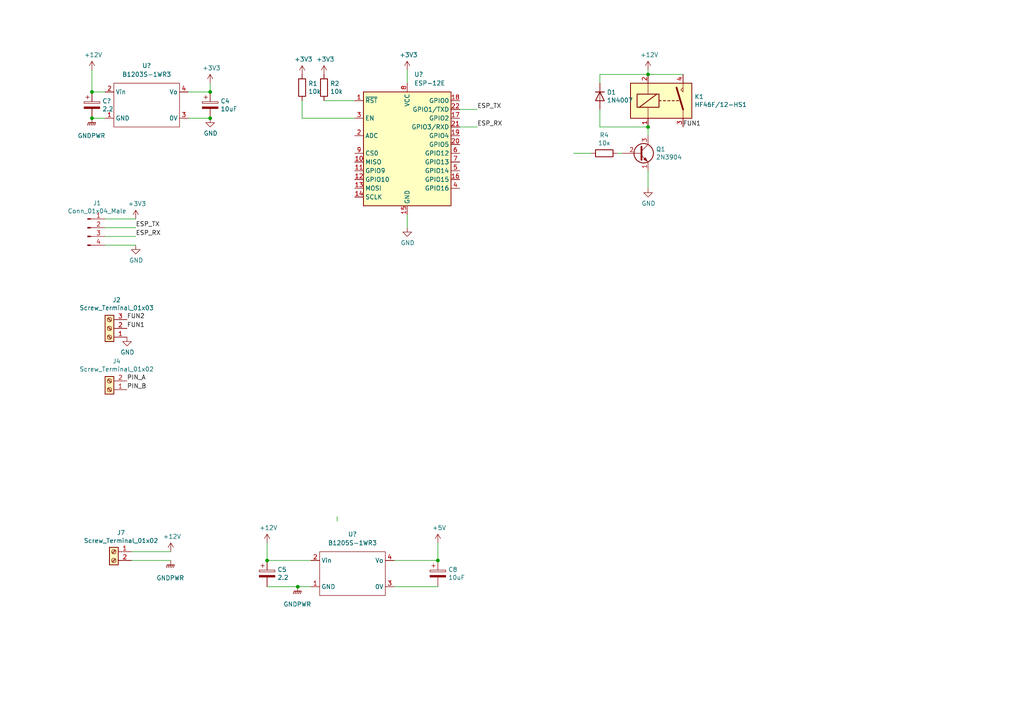
<source format=kicad_sch>
(kicad_sch (version 20211123) (generator eeschema)
  (paper "A4")
  (lib_symbols
    (symbol "Connector:Conn_01x04_Male" (pin_names (offset 1.016) hide)
      (property "Reference" "J" (at 0 5.08 0))
      (property "Value" "Conn_01x04_Male" (at 0 -7.62 0))
      (symbol "Conn_01x04_Male_1_1"
        (polyline (pts (xy 1.27 -5.08) (xy 0.8636 -5.08)) (stroke (width 0.1524)))
        (polyline (pts (xy 1.27 -2.54) (xy 0.8636 -2.54)) (stroke (width 0.1524)))
        (polyline (pts (xy 1.27 0) (xy 0.8636 0)) (stroke (width 0.1524)))
        (polyline (pts (xy 1.27 2.54) (xy 0.8636 2.54)) (stroke (width 0.1524)))
        (rectangle (start 0.8636 -4.953) (end 0 -5.207) (stroke (width 0.1524)) (fill (type outline)))
        (rectangle (start 0.8636 -2.413) (end 0 -2.667) (stroke (width 0.1524)) (fill (type outline)))
        (rectangle (start 0.8636 0.127) (end 0 -0.127) (stroke (width 0.1524)) (fill (type outline)))
        (rectangle (start 0.8636 2.667) (end 0 2.413) (stroke (width 0.1524)) (fill (type outline)))
        (pin passive line (at 5.08 2.54 180) (length 3.81) (name "Pin_1") (number "1"))
        (pin passive line (at 5.08 0 180) (length 3.81) (name "Pin_2") (number "2"))
        (pin passive line (at 5.08 -2.54 180) (length 3.81) (name "Pin_3") (number "3"))
        (pin passive line (at 5.08 -5.08 180) (length 3.81) (name "Pin_4") (number "4"))
      )
    )
    (symbol "Connector:Screw_Terminal_01x02" (pin_names (offset 1.016) hide)
      (property "Reference" "J" (at 0 2.54 0))
      (property "Value" "Screw_Terminal_01x02" (at 0 -5.08 0))
      (symbol "Screw_Terminal_01x02_1_1"
        (rectangle (start -1.27 1.27) (end 1.27 -3.81) (stroke (width 0.254)) (fill (type background)))
        (circle (center 0 -2.54) (radius 0.635) (stroke (width 0.1524)))
        (polyline (pts (xy -0.5334 -2.2098) (xy 0.3302 -3.048)) (stroke (width 0.1524)))
        (polyline (pts (xy -0.5334 0.3302) (xy 0.3302 -0.508)) (stroke (width 0.1524)))
        (polyline (pts (xy -0.3556 -2.032) (xy 0.508 -2.8702)) (stroke (width 0.1524)))
        (polyline (pts (xy -0.3556 0.508) (xy 0.508 -0.3302)) (stroke (width 0.1524)))
        (circle (center 0 0) (radius 0.635) (stroke (width 0.1524)))
        (pin passive line (at -5.08 0 0) (length 3.81) (name "Pin_1") (number "1"))
        (pin passive line (at -5.08 -2.54 0) (length 3.81) (name "Pin_2") (number "2"))
      )
    )
    (symbol "Connector:Screw_Terminal_01x03" (pin_names (offset 1.016) hide)
      (property "Reference" "J" (at 0 5.08 0))
      (property "Value" "Screw_Terminal_01x03" (at 0 -5.08 0))
      (symbol "Screw_Terminal_01x03_1_1"
        (rectangle (start -1.27 3.81) (end 1.27 -3.81) (stroke (width 0.254)) (fill (type background)))
        (circle (center 0 -2.54) (radius 0.635) (stroke (width 0.1524)))
        (polyline (pts (xy -0.5334 -2.2098) (xy 0.3302 -3.048)) (stroke (width 0.1524)))
        (polyline (pts (xy -0.5334 0.3302) (xy 0.3302 -0.508)) (stroke (width 0.1524)))
        (polyline (pts (xy -0.5334 2.8702) (xy 0.3302 2.032)) (stroke (width 0.1524)))
        (polyline (pts (xy -0.3556 -2.032) (xy 0.508 -2.8702)) (stroke (width 0.1524)))
        (polyline (pts (xy -0.3556 0.508) (xy 0.508 -0.3302)) (stroke (width 0.1524)))
        (polyline (pts (xy -0.3556 3.048) (xy 0.508 2.2098)) (stroke (width 0.1524)))
        (circle (center 0 0) (radius 0.635) (stroke (width 0.1524)))
        (circle (center 0 2.54) (radius 0.635) (stroke (width 0.1524)))
        (pin passive line (at -5.08 2.54 0) (length 3.81) (name "Pin_1") (number "1"))
        (pin passive line (at -5.08 0 0) (length 3.81) (name "Pin_2") (number "2"))
        (pin passive line (at -5.08 -2.54 0) (length 3.81) (name "Pin_3") (number "3"))
      )
    )
    (symbol "Device:CP" (pin_numbers hide) (pin_names (offset 0.254))
      (property "Reference" "C" (at 0.635 2.54 0))
      (property "Value" "Device_CP" (at 0.635 -2.54 0))
      (symbol "CP_0_1"
        (rectangle (start -2.286 0.508) (end 2.286 1.016))
        (polyline (pts (xy -1.778 2.286) (xy -0.762 2.286)))
        (polyline (pts (xy -1.27 2.794) (xy -1.27 1.778)))
        (rectangle (start 2.286 -0.508) (end -2.286 -1.016) (fill (type outline)))
      )
      (symbol "CP_1_1"
        (pin passive line (at 0 3.81 270) (length 2.794) (name "~") (number "1"))
        (pin passive line (at 0 -3.81 90) (length 2.794) (name "~") (number "2"))
      )
    )
    (symbol "Device:R" (pin_numbers hide) (pin_names (offset 0))
      (property "Reference" "R" (at 2.032 0 90))
      (property "Value" "R" (at 0 0 90))
      (symbol "R_0_1"
        (rectangle (start -1.016 -2.54) (end 1.016 2.54) (stroke (width 0.254)))
      )
      (symbol "R_1_1"
        (pin passive line (at 0 3.81 270) (length 1.27) (name "~") (number "1"))
        (pin passive line (at 0 -3.81 90) (length 1.27) (name "~") (number "2"))
      )
    )
    (symbol "Diode:1N4007" (pin_numbers hide) (pin_names (offset 1.016) hide)
      (property "Reference" "D" (at 0 2.54 0))
      (property "Value" "1N4007" (at 0 -2.54 0))
      (symbol "1N4007_0_1"
        (polyline (pts (xy -1.27 1.27) (xy -1.27 -1.27)) (stroke (width 0.254)))
        (polyline (pts (xy 1.27 0) (xy -1.27 0)))
        (polyline (pts (xy 1.27 1.27) (xy 1.27 -1.27) (xy -1.27 0) (xy 1.27 1.27)) (stroke (width 0.254)))
      )
      (symbol "1N4007_1_1"
        (pin passive line (at -3.81 0 0) (length 2.54) (name "K") (number "1"))
        (pin passive line (at 3.81 0 180) (length 2.54) (name "A") (number "2"))
      )
    )
    (symbol "RF_Module:ESP-12E"
      (property "Reference" "U" (at -12.7 19.05 0))
      (property "Value" "ESP-12E" (at 12.7 19.05 0))
      (symbol "ESP-12E_0_1"
        (rectangle (start -12.7 17.78) (end 12.7 -15.24) (stroke (width 0.254)) (fill (type background)))
      )
      (symbol "ESP-12E_1_1"
        (pin input line (at -15.24 15.24 0) (length 2.54) (name "~{RST}") (number "1"))
        (pin bidirectional line (at -15.24 -2.54 0) (length 2.54) (name "MISO") (number "10"))
        (pin bidirectional line (at -15.24 -5.08 0) (length 2.54) (name "GPIO9") (number "11"))
        (pin bidirectional line (at -15.24 -7.62 0) (length 2.54) (name "GPIO10") (number "12"))
        (pin bidirectional line (at -15.24 -10.16 0) (length 2.54) (name "MOSI") (number "13"))
        (pin bidirectional line (at -15.24 -12.7 0) (length 2.54) (name "SCLK") (number "14"))
        (pin power_in line (at 0 -17.78 90) (length 2.54) (name "GND") (number "15"))
        (pin bidirectional line (at 15.24 -7.62 180) (length 2.54) (name "GPIO15") (number "16"))
        (pin bidirectional line (at 15.24 10.16 180) (length 2.54) (name "GPIO2") (number "17"))
        (pin bidirectional line (at 15.24 15.24 180) (length 2.54) (name "GPIO0") (number "18"))
        (pin bidirectional line (at 15.24 5.08 180) (length 2.54) (name "GPIO4") (number "19"))
        (pin input line (at -15.24 5.08 0) (length 2.54) (name "ADC") (number "2"))
        (pin bidirectional line (at 15.24 2.54 180) (length 2.54) (name "GPIO5") (number "20"))
        (pin bidirectional line (at 15.24 7.62 180) (length 2.54) (name "GPIO3/RXD") (number "21"))
        (pin bidirectional line (at 15.24 12.7 180) (length 2.54) (name "GPIO1/TXD") (number "22"))
        (pin input line (at -15.24 10.16 0) (length 2.54) (name "EN") (number "3"))
        (pin bidirectional line (at 15.24 -10.16 180) (length 2.54) (name "GPIO16") (number "4"))
        (pin bidirectional line (at 15.24 -5.08 180) (length 2.54) (name "GPIO14") (number "5"))
        (pin bidirectional line (at 15.24 0 180) (length 2.54) (name "GPIO12") (number "6"))
        (pin bidirectional line (at 15.24 -2.54 180) (length 2.54) (name "GPIO13") (number "7"))
        (pin power_in line (at 0 20.32 270) (length 2.54) (name "VCC") (number "8"))
        (pin input line (at -15.24 0 0) (length 2.54) (name "CS0") (number "9"))
      )
    )
    (symbol "Transistor_BJT:2N3904" (pin_names (offset 0) hide)
      (property "Reference" "Q" (at 5.08 1.905 0))
      (property "Value" "2N3904" (at 5.08 0 0))
      (symbol "2N3904_0_1"
        (polyline (pts (xy 0.635 0.635) (xy 2.54 2.54)))
        (polyline (pts (xy 0.635 -0.635) (xy 2.54 -2.54) (xy 2.54 -2.54)))
        (polyline (pts (xy 0.635 1.905) (xy 0.635 -1.905) (xy 0.635 -1.905)) (stroke (width 0.508)))
        (polyline (pts (xy 1.27 -1.778) (xy 1.778 -1.27) (xy 2.286 -2.286) (xy 1.27 -1.778) (xy 1.27 -1.778)) (fill (type outline)))
        (circle (center 1.27 0) (radius 2.8194) (stroke (width 0.254)))
      )
      (symbol "2N3904_1_1"
        (pin passive line (at 2.54 -5.08 90) (length 2.54) (name "E") (number "1"))
        (pin passive line (at -5.08 0 0) (length 5.715) (name "B") (number "2"))
        (pin passive line (at 2.54 5.08 270) (length 2.54) (name "C") (number "3"))
      )
    )
    (symbol "cnc_pump:HF46F12-HS1"
      (property "Reference" "K" (at 8.89 3.81 0))
      (property "Value" "cnc_pump_HF46F12-HS1" (at 8.89 1.27 0))
      (symbol "HF46F12-HS1_0_0"
        (polyline (pts (xy 5.08 5.08) (xy 5.08 2.54) (xy 4.445 3.175) (xy 5.08 3.81)))
      )
      (symbol "HF46F12-HS1_0_1"
        (rectangle (start -10.16 5.08) (end 7.62 -5.08) (stroke (width 0.254)) (fill (type background)))
        (rectangle (start -8.255 1.905) (end -1.905 -1.905) (stroke (width 0.254)))
        (polyline (pts (xy -7.62 -1.905) (xy -2.54 1.905)) (stroke (width 0.254)))
        (polyline (pts (xy -5.08 -5.08) (xy -5.08 -1.905)))
        (polyline (pts (xy -5.08 5.08) (xy -5.08 1.905)))
        (polyline (pts (xy -1.905 0) (xy -1.27 0)) (stroke (width 0.254)))
        (polyline (pts (xy -0.635 0) (xy 0 0)) (stroke (width 0.254)))
        (polyline (pts (xy 0.635 0) (xy 1.27 0)) (stroke (width 0.254)))
        (polyline (pts (xy 1.905 0) (xy 2.54 0)) (stroke (width 0.254)))
        (polyline (pts (xy 3.175 0) (xy 3.81 0)) (stroke (width 0.254)))
        (polyline (pts (xy 5.08 -2.54) (xy 3.175 3.81)) (stroke (width 0.508)))
        (polyline (pts (xy 5.08 -2.54) (xy 5.08 -5.08)))
      )
      (symbol "HF46F12-HS1_1_1"
        (pin passive line (at -5.08 -7.62 90) (length 2.54) (name "~") (number "1"))
        (pin passive line (at -5.08 7.62 270) (length 2.54) (name "~") (number "2"))
        (pin passive line (at 5.08 -7.62 90) (length 2.54) (name "~") (number "3"))
        (pin passive line (at 5.08 7.62 270) (length 2.54) (name "~") (number "4"))
      )
    )
    (symbol "dimmer_lib:B1205S-1WR3"
      (property "Reference" "U" (at -1.27 1.27 0))
      (property "Value" "B1205S-1WR3" (at 0 -1.27 0))
      (symbol "B1205S-1WR3_0_1"
        (rectangle (start 8.89 -15.24) (end -10.16 -2.54))
      )
      (symbol "B1205S-1WR3_1_1"
        (pin power_in line (at -12.7 -12.7 0) (length 2.54) (name "GND") (number "1"))
        (pin power_in line (at -12.7 -5.08 0) (length 2.54) (name "Vin") (number "2"))
        (pin power_out line (at 11.43 -12.7 180) (length 2.54) (name "0V") (number "3"))
        (pin power_out line (at 11.43 -5.08 180) (length 2.54) (name "Vo") (number "4"))
      )
    )
    (symbol "power:+12V" (power) (pin_names (offset 0))
      (property "Value" "+12V" (at 0 3.556 0))
      (symbol "+12V_0_1"
        (polyline (pts (xy -0.762 1.27) (xy 0 2.54)))
        (polyline (pts (xy 0 0) (xy 0 2.54)))
        (polyline (pts (xy 0 2.54) (xy 0.762 1.27)))
      )
      (symbol "+12V_1_1"
        (pin power_in line (at 0 0 90) (length 0) hide (name "+12V") (number "1"))
      )
    )
    (symbol "power:+3.3V" (power) (pin_names (offset 0))
      (property "Value" "+3.3V" (at 0 3.556 0))
      (symbol "+3.3V_0_1"
        (polyline (pts (xy -0.762 1.27) (xy 0 2.54)))
        (polyline (pts (xy 0 0) (xy 0 2.54)))
        (polyline (pts (xy 0 2.54) (xy 0.762 1.27)))
      )
      (symbol "+3.3V_1_1"
        (pin power_in line (at 0 0 90) (length 0) hide (name "+3V3") (number "1"))
      )
    )
    (symbol "power:+5V" (power) (pin_names (offset 0))
      (property "Value" "+5V" (at 0 3.556 0))
      (symbol "+5V_0_1"
        (polyline (pts (xy -0.762 1.27) (xy 0 2.54)))
        (polyline (pts (xy 0 0) (xy 0 2.54)))
        (polyline (pts (xy 0 2.54) (xy 0.762 1.27)))
      )
      (symbol "+5V_1_1"
        (pin power_in line (at 0 0 90) (length 0) hide (name "+5V") (number "1"))
      )
    )
    (symbol "power:GND" (power) (pin_names (offset 0))
      (property "Value" "GND" (at 0 -3.81 0))
      (symbol "GND_0_1"
        (polyline (pts (xy 0 0) (xy 0 -1.27) (xy 1.27 -1.27) (xy 0 -2.54) (xy -1.27 -1.27) (xy 0 -1.27)))
      )
      (symbol "GND_1_1"
        (pin power_in line (at 0 0 270) (length 0) hide (name "GND") (number "1"))
      )
    )
    (symbol "power:GNDPWR" (power) (pin_names (offset 0))
      (property "Value" "GNDPWR" (at 0 -3.302 0))
      (symbol "GNDPWR_0_1"
        (polyline (pts (xy 0 -1.27) (xy 0 0)))
        (polyline (pts (xy -1.016 -1.27) (xy -1.27 -2.032) (xy -1.27 -2.032)) (stroke (width 0.2032)))
        (polyline (pts (xy -0.508 -1.27) (xy -0.762 -2.032) (xy -0.762 -2.032)) (stroke (width 0.2032)))
        (polyline (pts (xy 0 -1.27) (xy -0.254 -2.032) (xy -0.254 -2.032)) (stroke (width 0.2032)))
        (polyline (pts (xy 0.508 -1.27) (xy 0.254 -2.032) (xy 0.254 -2.032)) (stroke (width 0.2032)))
        (polyline (pts (xy 1.016 -1.27) (xy -1.016 -1.27) (xy -1.016 -1.27)) (stroke (width 0.2032)))
        (polyline (pts (xy 1.016 -1.27) (xy 0.762 -2.032) (xy 0.762 -2.032) (xy 0.762 -2.032)) (stroke (width 0.2032)))
      )
      (symbol "GNDPWR_1_1"
        (pin power_in line (at 0 0 270) (length 0) hide (name "GNDPWR") (number "1"))
      )
    )
  )
  (junction (at 187.96 36.83))
  (junction (at 26.67 34.29))
  (junction (at 187.96 21.59))
  (junction (at 60.96 34.29))
  (junction (at 77.47 162.56))
  (junction (at 60.96 26.67))
  (junction (at 86.36 170.18))
  (junction (at 127 162.56))
  (junction (at 26.67 26.67))
  (no_connect (at -54.61 30.48))
  (wire (pts (xy 171.45 44.45) (xy 166.37 44.45)))
  (wire (pts (xy 38.1 162.56) (xy 49.53 162.56)))
  (wire (pts (xy 86.36 170.18) (xy 90.17 170.18)))
  (wire (pts (xy 173.99 36.83) (xy 173.99 31.75)))
  (wire (pts (xy 180.34 44.45) (xy 179.07 44.45)))
  (wire (pts (xy 187.96 36.83) (xy 173.99 36.83)))
  (wire (pts (xy 77.47 162.56) (xy 90.17 162.56)))
  (wire (pts (xy 30.48 68.58) (xy 39.37 68.58)))
  (wire (pts (xy 187.96 21.59) (xy 187.96 20.32)))
  (wire (pts (xy 187.96 21.59) (xy 173.99 21.59)))
  (wire (pts (xy 133.35 31.75) (xy 138.43 31.75)))
  (wire (pts (xy 54.61 26.67) (xy 60.96 26.67)))
  (wire (pts (xy 86.36 170.18) (xy 77.47 170.18)))
  (wire (pts (xy 133.35 36.83) (xy 138.43 36.83)))
  (wire (pts (xy 187.96 39.37) (xy 187.96 36.83)))
  (wire (pts (xy 26.67 20.32) (xy 26.67 26.67)))
  (wire (pts (xy 38.1 160.02) (xy 49.53 160.02)))
  (wire (pts (xy 26.67 34.29) (xy 30.48 34.29)))
  (wire (pts (xy 30.48 71.12) (xy 39.37 71.12)))
  (wire (pts (xy 26.67 26.67) (xy 30.48 26.67)))
  (wire (pts (xy 87.63 34.29) (xy 102.87 34.29)))
  (wire (pts (xy 102.87 29.21) (xy 93.98 29.21)))
  (wire (pts (xy 187.96 21.59) (xy 198.12 21.59)))
  (wire (pts (xy 118.11 62.23) (xy 118.11 66.04)))
  (wire (pts (xy 173.99 21.59) (xy 173.99 24.13)))
  (wire (pts (xy 114.3 170.18) (xy 127 170.18)))
  (wire (pts (xy 60.96 24.13) (xy 60.96 26.67)))
  (wire (pts (xy 97.79 149.86) (xy 97.79 151.13)))
  (wire (pts (xy 114.3 162.56) (xy 127 162.56)))
  (wire (pts (xy 30.48 63.5) (xy 39.37 63.5)))
  (wire (pts (xy 118.11 20.32) (xy 118.11 24.13)))
  (wire (pts (xy 54.61 34.29) (xy 60.96 34.29)))
  (wire (pts (xy 87.63 34.29) (xy 87.63 29.21)))
  (wire (pts (xy 30.48 66.04) (xy 39.37 66.04)))
  (wire (pts (xy 77.47 157.48) (xy 77.47 162.56)))
  (wire (pts (xy 187.96 54.61) (xy 187.96 49.53)))
  (wire (pts (xy 127 162.56) (xy 127 157.48)))
  (label "PIN_A" (at 36.83 110.49 0))
  (label "ESP_TX" (at 39.37 66.04 0))
  (label "FUN1" (at 36.83 95.25 0))
  (label "FUN1" (at 198.12 36.83 0))
  (label "ESP_TX" (at 138.43 31.75 0))
  (label "ESP_RX" (at 39.37 68.58 0))
  (label "ESP_RX" (at 138.43 36.83 0))
  (label "FUN2" (at 36.83 92.71 0))
  (label "PIN_B" (at 36.83 113.03 0))
  (symbol (lib_id "Device:CP") (at 60.96 30.48 0) (unit 1)
    (property "Reference" "C4" (at 63.9572 29.3116 0) (effects (justify left)))
    (property "Value" "10uF" (at 63.9572 31.623 0) (effects (justify left)))
    (property "Footprint" "Capacitor_THT:CP_Radial_D5.0mm_P2.50mm" (effects hide))
  )
  (symbol (lib_id "power:+3.3V") (at 60.96 24.13 0) (unit 1)
    (property "Reference" "#PWR07" (effects hide))
    (property "Value" "+3.3V" (at 61.341 19.7358 0))
  )
  (symbol (lib_id "power:+3.3V") (at 118.11 20.32 0) (unit 1)
    (property "Reference" "#PWR01" (effects hide))
    (property "Value" "+3.3V" (at 118.491 15.9258 0))
  )
  (symbol (lib_id "power:GND") (at 118.11 66.04 0) (unit 1)
    (property "Reference" "#PWR015" (effects hide))
    (property "Value" "GND" (at 118.237 70.4342 0))
  )
  (symbol (lib_id "Connector:Conn_01x04_Male") (at 25.4 66.04 0) (unit 1)
    (property "Reference" "J1" (at 28.1432 58.9026 0))
    (property "Value" "Conn_01x04_Male" (at 28.1432 61.214 0))
    (property "Footprint" "Connector_Stocko:Stocko_MKS_1654-6-0-404_1x4_P2.50mm_Vertical" (effects hide))
  )
  (symbol (lib_id "power:GND") (at 39.37 71.12 0) (unit 1)
    (property "Reference" "#PWR017" (effects hide))
    (property "Value" "GND" (at 39.497 75.5142 0))
  )
  (symbol (lib_id "power:+3.3V") (at 39.37 63.5 0) (unit 1)
    (property "Reference" "#PWR014" (effects hide))
    (property "Value" "+3.3V" (at 39.751 59.1058 0))
  )
  (symbol (lib_id "Device:R") (at 93.98 25.4 0) (unit 1)
    (property "Reference" "R2" (at 95.758 24.2316 0) (effects (justify left)))
    (property "Value" "10k" (at 95.758 26.543 0) (effects (justify left)))
    (property "Footprint" "Resistor_THT:R_Axial_DIN0207_L6.3mm_D2.5mm_P10.16mm_Horizontal" (effects hide))
  )
  (symbol (lib_id "Device:R") (at 87.63 25.4 0) (unit 1)
    (property "Reference" "R1" (at 89.408 24.2316 0) (effects (justify left)))
    (property "Value" "10k" (at 89.408 26.543 0) (effects (justify left)))
    (property "Footprint" "Resistor_THT:R_Axial_DIN0207_L6.3mm_D2.5mm_P10.16mm_Horizontal" (effects hide))
  )
  (symbol (lib_id "power:+3.3V") (at 87.63 21.59 0) (unit 1)
    (property "Reference" "#PWR08" (effects hide))
    (property "Value" "+3.3V" (at 88.011 17.1958 0))
  )
  (symbol (lib_id "power:+3.3V") (at 93.98 21.59 0) (unit 1)
    (property "Reference" "#PWR09" (effects hide))
    (property "Value" "+3.3V" (at 94.361 17.1958 0))
  )
  (symbol (lib_id "Transistor_BJT:2N3904") (at 185.42 44.45 0) (unit 1)
    (property "Reference" "Q1" (at 190.246 43.2816 0) (effects (justify left)))
    (property "Value" "2N3904" (at 190.246 45.593 0) (effects (justify left)))
    (property "Footprint" "Package_TO_SOT_THT:TO-92_Inline" (effects hide))
    (property "Datasheet" "https://www.fairchildsemi.com/datasheets/2N/2N3904.pdf" (effects hide))
  )
  (symbol (lib_id "cnc_pump:HF46F12-HS1") (at 193.04 29.21 0) (unit 1)
    (property "Reference" "K1" (at 201.422 28.0416 0) (effects (justify left)))
    (property "Value" "HF46F/12-HS1" (at 201.422 30.353 0) (effects (justify left)))
    (property "Footprint" "cnc_pump:HF46F12-HS1" (effects hide))
  )
  (symbol (lib_id "Device:R") (at 175.26 44.45 270) (unit 1)
    (property "Reference" "R4" (at 175.26 39.1922 90))
    (property "Value" "10к" (at 175.26 41.5036 90))
    (property "Footprint" "Resistor_THT:R_Axial_DIN0207_L6.3mm_D2.5mm_P10.16mm_Horizontal" (effects hide))
  )
  (symbol (lib_id "Diode:1N4007") (at 173.99 27.94 270) (unit 1)
    (property "Reference" "D1" (at 175.9966 26.7716 90) (effects (justify left)))
    (property "Value" "1N4007" (at 175.9966 29.083 90) (effects (justify left)))
    (property "Footprint" "Diode_THT:D_DO-41_SOD81_P5.08mm_Vertical_AnodeUp" (effects hide))
    (property "Datasheet" "http://www.vishay.com/docs/88503/1n4001.pdf" (effects hide))
  )
  (symbol (lib_id "power:+12V") (at 187.96 20.32 0) (unit 1)
    (property "Reference" "#PWR02" (effects hide))
    (property "Value" "+12V" (at 188.341 15.9258 0))
  )
  (symbol (lib_id "power:GND") (at 187.96 54.61 0) (unit 1)
    (property "Reference" "#PWR012" (effects hide))
    (property "Value" "GND" (at 188.087 59.0042 0))
  )
  (symbol (lib_id "Connector:Screw_Terminal_01x03") (at 31.75 95.25 180) (unit 1)
    (property "Reference" "J2" (at 33.8328 86.995 0))
    (property "Value" "Screw_Terminal_01x03" (at 33.8328 89.3064 0))
    (property "Footprint" "cnc_pump:CON1x3p5mm" (effects hide))
  )
  (symbol (lib_id "Connector:Screw_Terminal_01x02") (at 31.75 113.03 180) (unit 1)
    (property "Reference" "J4" (at 33.8328 104.775 0))
    (property "Value" "Screw_Terminal_01x02" (at 33.8328 107.0864 0))
    (property "Footprint" "cnc_pump:CON1x2p5mm" (effects hide))
  )
  (symbol (lib_id "power:GND") (at 36.83 97.79 0) (unit 1)
    (property "Reference" "#PWR018" (effects hide))
    (property "Value" "GND" (at 36.957 102.1842 0))
  )
  (symbol (lib_id "Connector:Screw_Terminal_01x02") (at 33.02 160.02 0) (mirror y) (unit 1)
    (property "Reference" "J7" (at 35.1028 154.5082 0))
    (property "Value" "Screw_Terminal_01x02" (at 35.1028 156.8196 0))
    (property "Footprint" "cnc_pump:CON1x2p5mm" (effects hide))
  )
  (symbol (lib_id "power:+12V") (at 49.53 160.02 0) (unit 1)
    (property "Reference" "#PWR028" (effects hide))
    (property "Value" "+12V" (at 49.911 155.6258 0))
  )
  (symbol (lib_id "Device:CP") (at 77.47 166.37 0) (unit 1)
    (property "Reference" "C5" (at 80.4672 165.2016 0) (effects (justify left)))
    (property "Value" "2.2" (at 80.4672 167.513 0) (effects (justify left)))
    (property "Footprint" "Capacitor_THT:CP_Radial_D5.0mm_P2.50mm" (effects hide))
  )
  (symbol (lib_id "Device:CP") (at 127 166.37 0) (unit 1)
    (property "Reference" "C8" (at 129.9972 165.2016 0) (effects (justify left)))
    (property "Value" "10uF" (at 129.9972 167.513 0) (effects (justify left)))
    (property "Footprint" "Capacitor_THT:CP_Radial_D5.0mm_P2.00mm" (effects hide))
  )
  (symbol (lib_id "power:+5V") (at 127 157.48 0) (unit 1)
    (property "Reference" "#PWR027" (effects hide))
    (property "Value" "+5V" (at 127.381 153.0858 0))
  )
  (symbol (lib_id "power:+12V") (at 77.47 157.48 0) (unit 1)
    (property "Reference" "#PWR026" (effects hide))
    (property "Value" "+12V" (at 77.851 153.0858 0))
  )
  (symbol (lib_id "power:GND") (at 60.96 34.29 0) (unit 1)
    (property "Reference" "#PWR?" (effects hide))
    (property "Value" "GND" (at 61.087 38.6842 0))
  )
  (symbol (lib_id "RF_Module:ESP-12E") (at 118.11 44.45 0) (unit 1)
    (property "Reference" "U?" (at 120.1294 21.59 0) (effects (justify left)))
    (property "Value" "ESP-12E" (at 120.1294 24.13 0) (effects (justify left)))
    (property "Footprint" "RF_Module:ESP-12E" (effects hide))
    (property "Datasheet" "http://wiki.ai-thinker.com/_media/esp8266/esp8266_series_modules_user_manual_v1.1.pdf" (effects hide))
  )
  (symbol (lib_id "power:+12V") (at 26.67 20.32 0) (unit 1)
    (property "Reference" "#PWR?" (effects hide))
    (property "Value" "+12V" (at 27.051 15.9258 0))
  )
  (symbol (lib_id "power:GNDPWR") (at 86.36 170.18 0) (unit 1)
    (property "Reference" "#PWR?" (effects hide))
    (property "Value" "GNDPWR" (at 86.233 175.26 0))
  )
  (symbol (lib_id "dimmer_lib:B1205S-1WR3") (at 102.87 157.48 0) (unit 1)
    (property "Reference" "U?" (at 102.235 154.94 0))
    (property "Value" "B1205S-1WR3" (at 102.235 157.48 0))
  )
  (symbol (lib_id "power:GNDPWR") (at 26.67 34.29 0) (unit 1)
    (property "Reference" "#PWR?" (effects hide))
    (property "Value" "GNDPWR" (at 26.543 39.37 0))
  )
  (symbol (lib_id "dimmer_lib:B1205S-1WR3") (at 43.18 21.59 0) (unit 1)
    (property "Reference" "U?" (at 42.545 19.05 0))
    (property "Value" "B1203S-1WR3" (at 42.545 21.59 0))
  )
  (symbol (lib_id "Device:CP") (at 26.67 30.48 0) (unit 1)
    (property "Reference" "C?" (at 29.6672 29.3116 0) (effects (justify left)))
    (property "Value" "2.2" (at 29.6672 31.623 0) (effects (justify left)))
    (property "Footprint" "Capacitor_THT:CP_Radial_D5.0mm_P2.50mm" (effects hide))
  )
  (symbol (lib_id "power:GNDPWR") (at 49.53 162.56 0) (unit 1)
    (property "Reference" "#PWR?" (effects hide))
    (property "Value" "GNDPWR" (at 49.403 167.64 0))
  )
)
</source>
